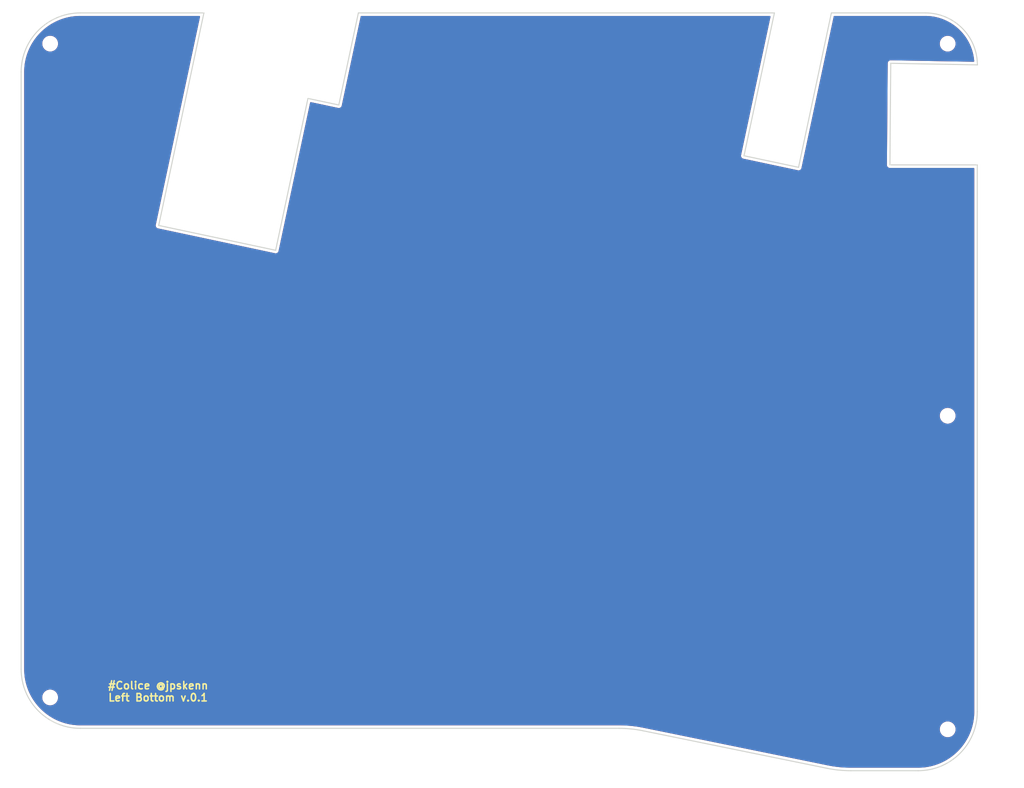
<source format=kicad_pcb>
(kicad_pcb (version 20171130) (host pcbnew "(5.1.5-0-10_14)")

  (general
    (thickness 1.6)
    (drawings 29)
    (tracks 0)
    (zones 0)
    (modules 5)
    (nets 1)
  )

  (page A4)
  (layers
    (0 F.Cu signal)
    (31 B.Cu signal)
    (32 B.Adhes user)
    (33 F.Adhes user)
    (34 B.Paste user)
    (35 F.Paste user)
    (36 B.SilkS user)
    (37 F.SilkS user)
    (38 B.Mask user)
    (39 F.Mask user)
    (40 Dwgs.User user)
    (41 Cmts.User user)
    (42 Eco1.User user)
    (43 Eco2.User user)
    (44 Edge.Cuts user)
    (45 Margin user)
    (46 B.CrtYd user)
    (47 F.CrtYd user)
    (48 B.Fab user)
    (49 F.Fab user)
  )

  (setup
    (last_trace_width 0.25)
    (trace_clearance 0.2)
    (zone_clearance 0.508)
    (zone_45_only no)
    (trace_min 0.2)
    (via_size 0.8)
    (via_drill 0.4)
    (via_min_size 0.4)
    (via_min_drill 0.3)
    (uvia_size 0.3)
    (uvia_drill 0.1)
    (uvias_allowed no)
    (uvia_min_size 0.2)
    (uvia_min_drill 0.1)
    (edge_width 0.05)
    (segment_width 0.2)
    (pcb_text_width 0.3)
    (pcb_text_size 1.5 1.5)
    (mod_edge_width 0.12)
    (mod_text_size 1 1)
    (mod_text_width 0.15)
    (pad_size 1.524 1.524)
    (pad_drill 0.762)
    (pad_to_mask_clearance 0.051)
    (solder_mask_min_width 0.25)
    (aux_axis_origin 0 0)
    (visible_elements FFFFFF7F)
    (pcbplotparams
      (layerselection 0x010fc_ffffffff)
      (usegerberextensions true)
      (usegerberattributes false)
      (usegerberadvancedattributes false)
      (creategerberjobfile false)
      (excludeedgelayer true)
      (linewidth 0.100000)
      (plotframeref false)
      (viasonmask false)
      (mode 1)
      (useauxorigin false)
      (hpglpennumber 1)
      (hpglpenspeed 20)
      (hpglpendiameter 15.000000)
      (psnegative false)
      (psa4output false)
      (plotreference true)
      (plotvalue true)
      (plotinvisibletext false)
      (padsonsilk false)
      (subtractmaskfromsilk false)
      (outputformat 1)
      (mirror false)
      (drillshape 0)
      (scaleselection 1)
      (outputdirectory "gerber/"))
  )

  (net 0 "")

  (net_class Default "これはデフォルトのネット クラスです。"
    (clearance 0.2)
    (trace_width 0.25)
    (via_dia 0.8)
    (via_drill 0.4)
    (uvia_dia 0.3)
    (uvia_drill 0.1)
  )

  (module SMK_SU120:M2_Hole (layer F.Cu) (tedit 5E0D8E1F) (tstamp 5E9B1A76)
    (at 23.17496 158.72968)
    (descr "Resitance 3 pas")
    (tags R)
    (autoplace_cost180 10)
    (fp_text reference "" (at 0 1.651) (layer F.Fab) hide
      (effects (font (size 0.8128 0.8128) (thickness 0.15)))
    )
    (fp_text value "" (at 0 -1.4605) (layer F.Fab) hide
      (effects (font (size 0.5 0.5) (thickness 0.125)))
    )
    (pad "" np_thru_hole circle (at 0 0) (size 2.15 2.15) (drill 2.15) (layers *.Cu *.Mask))
    (model discret/resistor.wrl
      (at (xyz 0 0 0))
      (scale (xyz 0.3 0.3 0.3))
      (rotate (xyz 0 0 0))
    )
    (model Resistors_ThroughHole.3dshapes/Resistor_Horizontal_RM10mm.wrl
      (at (xyz 0 0 0))
      (scale (xyz 0.2 0.2 0.2))
      (rotate (xyz 0 0 0))
    )
  )

  (module SMK_SU120:M2_Hole (layer F.Cu) (tedit 5E0D8E1F) (tstamp 5E9B1A61)
    (at 202.72756 102.34168)
    (descr "Resitance 3 pas")
    (tags R)
    (autoplace_cost180 10)
    (fp_text reference "" (at 0 1.651) (layer F.Fab) hide
      (effects (font (size 0.8128 0.8128) (thickness 0.15)))
    )
    (fp_text value "" (at 0 -1.4605) (layer F.Fab) hide
      (effects (font (size 0.5 0.5) (thickness 0.125)))
    )
    (pad "" np_thru_hole circle (at 0 0) (size 2.15 2.15) (drill 2.15) (layers *.Cu *.Mask))
    (model discret/resistor.wrl
      (at (xyz 0 0 0))
      (scale (xyz 0.3 0.3 0.3))
      (rotate (xyz 0 0 0))
    )
    (model Resistors_ThroughHole.3dshapes/Resistor_Horizontal_RM10mm.wrl
      (at (xyz 0 0 0))
      (scale (xyz 0.2 0.2 0.2))
      (rotate (xyz 0 0 0))
    )
  )

  (module SMK_SU120:M2_Hole (layer F.Cu) (tedit 5E0D8E1F) (tstamp 5E9B1A4C)
    (at 202.73264 165.11016)
    (descr "Resitance 3 pas")
    (tags R)
    (autoplace_cost180 10)
    (fp_text reference "" (at 0 1.651) (layer F.Fab) hide
      (effects (font (size 0.8128 0.8128) (thickness 0.15)))
    )
    (fp_text value "" (at 0 -1.4605) (layer F.Fab) hide
      (effects (font (size 0.5 0.5) (thickness 0.125)))
    )
    (pad "" np_thru_hole circle (at 0 0) (size 2.15 2.15) (drill 2.15) (layers *.Cu *.Mask))
    (model discret/resistor.wrl
      (at (xyz 0 0 0))
      (scale (xyz 0.3 0.3 0.3))
      (rotate (xyz 0 0 0))
    )
    (model Resistors_ThroughHole.3dshapes/Resistor_Horizontal_RM10mm.wrl
      (at (xyz 0 0 0))
      (scale (xyz 0.2 0.2 0.2))
      (rotate (xyz 0 0 0))
    )
  )

  (module SMK_SU120:M2_Hole (layer F.Cu) (tedit 5E0D8E1F) (tstamp 5E9B1A17)
    (at 23.18004 27.84856)
    (descr "Resitance 3 pas")
    (tags R)
    (autoplace_cost180 10)
    (fp_text reference "" (at 0 1.651) (layer F.Fab) hide
      (effects (font (size 0.8128 0.8128) (thickness 0.15)))
    )
    (fp_text value "" (at 0 -1.4605) (layer F.Fab) hide
      (effects (font (size 0.5 0.5) (thickness 0.125)))
    )
    (pad "" np_thru_hole circle (at 0 0) (size 2.15 2.15) (drill 2.15) (layers *.Cu *.Mask))
    (model discret/resistor.wrl
      (at (xyz 0 0 0))
      (scale (xyz 0.3 0.3 0.3))
      (rotate (xyz 0 0 0))
    )
    (model Resistors_ThroughHole.3dshapes/Resistor_Horizontal_RM10mm.wrl
      (at (xyz 0 0 0))
      (scale (xyz 0.2 0.2 0.2))
      (rotate (xyz 0 0 0))
    )
  )

  (module SMK_SU120:M2_Hole (layer F.Cu) (tedit 5E0D8E1F) (tstamp 5E9B19D7)
    (at 202.72756 27.85872)
    (descr "Resitance 3 pas")
    (tags R)
    (autoplace_cost180 10)
    (fp_text reference "" (at 0 1.651) (layer F.Fab) hide
      (effects (font (size 0.8128 0.8128) (thickness 0.15)))
    )
    (fp_text value "" (at 0 -1.4605) (layer F.Fab) hide
      (effects (font (size 0.5 0.5) (thickness 0.125)))
    )
    (pad "" np_thru_hole circle (at 0 0) (size 2.15 2.15) (drill 2.15) (layers *.Cu *.Mask))
    (model discret/resistor.wrl
      (at (xyz 0 0 0))
      (scale (xyz 0.3 0.3 0.3))
      (rotate (xyz 0 0 0))
    )
    (model Resistors_ThroughHole.3dshapes/Resistor_Horizontal_RM10mm.wrl
      (at (xyz 0 0 0))
      (scale (xyz 0.2 0.2 0.2))
      (rotate (xyz 0 0 0))
    )
  )

  (gr_line (start 33.02 160.02) (end 56.515 160.02) (layer F.Mask) (width 0.15))
  (gr_text "#Colice @jpskenn\nLeft Bottom v.0.1" (at 44.7675 157.5435) (layer F.SilkS)
    (effects (font (size 1.5 1.5) (thickness 0.3)))
  )
  (gr_line (start 191.34126 31.786791) (end 191.177072 52.121629) (layer Edge.Cuts) (width 0.2))
  (gr_line (start 208.671262 32.100126) (end 191.34126 31.786791) (layer Edge.Cuts) (width 0.2))
  (gr_line (start 208.671262 32.099813) (end 208.671262 32.100126) (layer Edge.Cuts) (width 0.2))
  (gr_curve (pts (xy 17.375715 33.539276) (xy 17.375715 26.998713) (xy 22.677678 21.696766) (xy 29.218259 21.696766)) (layer Edge.Cuts) (width 0.2))
  (gr_curve (pts (xy 17.375715 153.06857) (xy 17.375715 126.122982) (xy 17.375715 60.484864) (xy 17.375715 33.539276)) (layer Edge.Cuts) (width 0.2))
  (gr_curve (pts (xy 178.623255 172.916485) (xy 171.321266 171.426889) (xy 149.030838 166.87914) (xy 141.72885 165.38923)) (layer Edge.Cuts) (width 0.2))
  (gr_curve (pts (xy 183.358392 173.394635) (xy 181.767897 173.394635) (xy 180.181789 173.234521) (xy 178.623255 172.916485)) (layer Edge.Cuts) (width 0.2))
  (gr_curve (pts (xy 196.810231 173.394635) (xy 191.772097 173.394635) (xy 186.373 173.394635) (xy 183.358392 173.394635)) (layer Edge.Cuts) (width 0.2))
  (gr_curve (pts (xy 198.249698 21.696766) (xy 203.998165 21.696766) (xy 208.660922 26.351363) (xy 208.671262 32.099813)) (layer Edge.Cuts) (width 0.2))
  (gr_curve (pts (xy 29.218259 164.91108) (xy 22.677678 164.91108) (xy 17.375715 159.609132) (xy 17.375715 153.06857)) (layer Edge.Cuts) (width 0.2))
  (gr_curve (pts (xy 136.994026 164.91108) (xy 123.519313 164.91108) (xy 56.705056 164.91108) (xy 29.218259 164.91108)) (layer Edge.Cuts) (width 0.2))
  (gr_curve (pts (xy 141.72885 165.38923) (xy 140.170629 165.071194) (xy 138.584207 164.91108) (xy 136.994026 164.91108)) (layer Edge.Cuts) (width 0.2))
  (gr_line (start 53.94049 21.696766) (end 53.94049 21.696766) (layer Edge.Cuts) (width 0.2))
  (gr_line (start 29.218259 21.696766) (end 53.94049 21.696766) (layer Edge.Cuts) (width 0.2))
  (gr_line (start 191.177072 52.121629) (end 208.652775 52.121629) (layer Edge.Cuts) (width 0.2))
  (gr_line (start 168.067269 21.696766) (end 161.989486 50.290498) (layer Edge.Cuts) (width 0.2))
  (gr_line (start 84.836385 21.696766) (end 168.067269 21.696766) (layer Edge.Cuts) (width 0.2))
  (gr_line (start 80.918741 40.127465) (end 84.836385 21.696766) (layer Edge.Cuts) (width 0.2))
  (gr_line (start 74.745704 38.81553) (end 80.918741 40.127465) (layer Edge.Cuts) (width 0.2))
  (gr_line (start 68.284084 69.214387) (end 74.745704 38.81553) (layer Edge.Cuts) (width 0.2))
  (gr_line (start 44.896979 64.243321) (end 68.284084 69.214387) (layer Edge.Cuts) (width 0.2))
  (gr_line (start 53.94049 21.696766) (end 44.896979 64.243321) (layer Edge.Cuts) (width 0.2))
  (gr_curve (pts (xy 208.652775 161.552125) (xy 208.652775 168.092687) (xy 203.350812 173.394635) (xy 196.810231 173.394635)) (layer Edge.Cuts) (width 0.2))
  (gr_curve (pts (xy 208.652775 52.121629) (xy 208.652775 52.121629) (xy 208.652775 131.041407) (xy 208.652775 161.552125)) (layer Edge.Cuts) (width 0.2))
  (gr_line (start 179.461116 21.696766) (end 198.249698 21.696766) (layer Edge.Cuts) (width 0.2))
  (gr_line (start 172.890768 52.607613) (end 179.461116 21.696766) (layer Edge.Cuts) (width 0.2))
  (gr_line (start 161.989486 50.290498) (end 172.890768 52.607613) (layer Edge.Cuts) (width 0.2))

  (zone (net 0) (net_name "") (layer F.Cu) (tstamp 5E9AC0D4) (hatch edge 0.508)
    (connect_pads (clearance 0.508))
    (min_thickness 0.254)
    (fill yes (arc_segments 32) (thermal_gap 0.508) (thermal_bridge_width 0.508))
    (polygon
      (pts
        (xy 215.2015 176.911) (xy 14.986 175.9585) (xy 13.1445 19.3675) (xy 217.7415 19.1135)
      )
    )
    (filled_polygon
      (pts
        (xy 44.185546 64.055197) (xy 44.174563 64.089768) (xy 44.170535 64.125816) (xy 44.170534 64.125823) (xy 44.160207 64.218258)
        (xy 44.158487 64.233654) (xy 44.170791 64.377912) (xy 44.211002 64.516999) (xy 44.277575 64.645567) (xy 44.36795 64.758678)
        (xy 44.384171 64.772349) (xy 44.478657 64.851984) (xy 44.60544 64.9219) (xy 44.743426 64.965737) (xy 44.779482 64.969765)
        (xy 68.095954 69.925819) (xy 68.130527 69.936803) (xy 68.166581 69.940831) (xy 68.166585 69.940832) (xy 68.233371 69.948293)
        (xy 68.274414 69.952879) (xy 68.274416 69.952879) (xy 68.304083 69.950349) (xy 68.418671 69.940576) (xy 68.418674 69.940575)
        (xy 68.418675 69.940575) (xy 68.435549 69.935696) (xy 68.557758 69.900366) (xy 68.686327 69.833794) (xy 68.799439 69.743418)
        (xy 68.892745 69.632712) (xy 68.962661 69.50593) (xy 68.995514 69.402521) (xy 68.995515 69.402518) (xy 69.0065 69.36794)
        (xy 69.010528 69.331887) (xy 75.311828 39.687262) (xy 80.730619 40.838899) (xy 80.765184 40.849881) (xy 80.801251 40.853911)
        (xy 80.801262 40.853913) (xy 80.846375 40.858952) (xy 80.909071 40.865957) (xy 80.909079 40.865956) (xy 80.909094 40.865958)
        (xy 80.994539 40.858668) (xy 81.053329 40.853654) (xy 81.053339 40.853651) (xy 81.053352 40.85365) (xy 81.127049 40.832341)
        (xy 81.192415 40.813444) (xy 81.192425 40.813439) (xy 81.192438 40.813435) (xy 81.26672 40.774969) (xy 81.320984 40.746871)
        (xy 81.320992 40.746865) (xy 81.321005 40.746858) (xy 81.3804 40.699398) (xy 81.434096 40.656496) (xy 81.434105 40.656486)
        (xy 81.434113 40.656479) (xy 81.479207 40.602973) (xy 81.527402 40.54579) (xy 81.527407 40.54578) (xy 81.527416 40.54577)
        (xy 81.564146 40.47916) (xy 81.597318 40.419008) (xy 81.597322 40.418997) (xy 81.597328 40.418985) (xy 81.619482 40.349245)
        (xy 81.630172 40.315598) (xy 81.630175 40.315586) (xy 81.641162 40.280998) (xy 81.645188 40.244955) (xy 85.431573 22.431766)
        (xy 167.15962 22.431766) (xy 161.278053 50.102371) (xy 161.267069 50.136946) (xy 161.250994 50.280833) (xy 161.263298 50.42509)
        (xy 161.303509 50.564177) (xy 161.370082 50.692745) (xy 161.460458 50.805856) (xy 161.571165 50.899162) (xy 161.697948 50.969077)
        (xy 161.801357 51.00193) (xy 161.801361 51.001931) (xy 161.835932 51.012914) (xy 161.871983 51.016942) (xy 172.702641 53.319045)
        (xy 172.737213 53.330029) (xy 172.773265 53.334057) (xy 172.77327 53.334058) (xy 172.860578 53.343812) (xy 172.8811 53.346105)
        (xy 172.881101 53.346105) (xy 172.895934 53.34484) (xy 173.025357 53.333802) (xy 173.164444 53.293591) (xy 173.293013 53.227018)
        (xy 173.293015 53.227017) (xy 173.360654 53.172973) (xy 173.406124 53.136643) (xy 173.499431 53.025936) (xy 173.569346 52.899154)
        (xy 173.602199 52.795745) (xy 173.602201 52.795738) (xy 173.613184 52.761165) (xy 173.617211 52.725117) (xy 178.938562 27.6903)
        (xy 201.01756 27.6903) (xy 201.01756 28.02714) (xy 201.083274 28.357509) (xy 201.212178 28.668709) (xy 201.399316 28.948781)
        (xy 201.637499 29.186964) (xy 201.917571 29.374102) (xy 202.228771 29.503006) (xy 202.55914 29.56872) (xy 202.89598 29.56872)
        (xy 203.226349 29.503006) (xy 203.537549 29.374102) (xy 203.817621 29.186964) (xy 204.055804 28.948781) (xy 204.242942 28.668709)
        (xy 204.371846 28.357509) (xy 204.43756 28.02714) (xy 204.43756 27.6903) (xy 204.371846 27.359931) (xy 204.242942 27.048731)
        (xy 204.055804 26.768659) (xy 203.817621 26.530476) (xy 203.537549 26.343338) (xy 203.226349 26.214434) (xy 202.89598 26.14872)
        (xy 202.55914 26.14872) (xy 202.228771 26.214434) (xy 201.917571 26.343338) (xy 201.637499 26.530476) (xy 201.399316 26.768659)
        (xy 201.212178 27.048731) (xy 201.083274 27.359931) (xy 201.01756 27.6903) (xy 178.938562 27.6903) (xy 180.056306 22.431766)
        (xy 198.246225 22.431766) (xy 198.43533 22.433538) (xy 198.626204 22.43897) (xy 198.812069 22.447827) (xy 198.989148 22.459564)
        (xy 199.161473 22.474095) (xy 199.337008 22.492074) (xy 199.503604 22.512125) (xy 199.669623 22.535031) (xy 199.830772 22.560076)
        (xy 199.991091 22.587772) (xy 200.150501 22.618085) (xy 200.305296 22.650194) (xy 200.459051 22.684726) (xy 200.615781 22.722668)
        (xy 200.763699 22.761045) (xy 200.925755 22.805995) (xy 201.082759 22.852475) (xy 201.238619 22.901521) (xy 201.393486 22.953161)
        (xy 201.540076 23.004758) (xy 201.682138 23.057328) (xy 201.81978 23.110711) (xy 201.952898 23.164672) (xy 202.085145 23.220594)
        (xy 202.21448 23.277557) (xy 202.349886 23.339645) (xy 202.478973 23.401219) (xy 202.603741 23.462991) (xy 202.727373 23.526436)
        (xy 202.853299 23.593398) (xy 202.988054 23.667725) (xy 203.108323 23.736452) (xy 203.227737 23.806982) (xy 203.346013 23.879141)
        (xy 203.463297 23.95302) (xy 203.57626 24.026418) (xy 203.688032 24.101272) (xy 203.808073 24.184196) (xy 203.917561 24.262186)
        (xy 204.025966 24.34169) (xy 204.139227 24.427257) (xy 204.248167 24.512047) (xy 204.352996 24.59602) (xy 204.459479 24.683792)
        (xy 204.567444 24.775416) (xy 204.676942 24.871151) (xy 204.779415 24.963404) (xy 204.877715 25.054416) (xy 204.985783 25.157428)
        (xy 205.081421 25.251275) (xy 205.175955 25.34663) (xy 205.269195 25.443306) (xy 205.361065 25.541226) (xy 205.451534 25.640355)
        (xy 205.543167 25.743618) (xy 205.633167 25.84798) (xy 205.724289 25.956759) (xy 205.808971 26.060813) (xy 205.894733 26.16926)
        (xy 205.9766 26.275814) (xy 206.057 26.38351) (xy 206.140397 26.498596) (xy 206.217703 26.608533) (xy 206.297847 26.726028)
        (xy 206.372031 26.838188) (xy 206.446772 26.954723) (xy 206.521887 27.075657) (xy 206.593272 27.194394) (xy 206.663035 27.31429)
        (xy 206.730967 27.434986) (xy 206.806331 27.573827) (xy 206.870635 27.69675) (xy 206.933372 27.821004) (xy 206.994186 27.945899)
        (xy 207.06135 28.089412) (xy 207.119861 28.219706) (xy 207.181141 28.362012) (xy 207.235773 28.494498) (xy 207.292648 28.638736)
        (xy 207.348579 28.787659) (xy 207.399574 28.930402) (xy 207.447182 29.070536) (xy 207.4962 29.222778) (xy 207.541603 29.372183)
        (xy 207.583632 29.518918) (xy 207.624409 29.670473) (xy 207.663194 29.824674) (xy 207.699513 29.97991) (xy 207.733744 30.138048)
        (xy 207.764561 30.292832) (xy 207.796322 30.468248) (xy 207.822486 30.628856) (xy 207.846559 30.794426) (xy 207.86781 30.960728)
        (xy 207.887454 31.139918) (xy 207.90314 31.311743) (xy 207.90602 31.35117) (xy 191.386968 31.052498) (xy 191.347223 31.048259)
        (xy 191.278766 31.054444) (xy 191.210294 31.05994) (xy 191.206723 31.060953) (xy 191.203028 31.061287) (xy 191.137112 31.080703)
        (xy 191.071009 31.099457) (xy 191.067706 31.101146) (xy 191.064146 31.102195) (xy 191.003263 31.134108) (xy 190.942109 31.165387)
        (xy 190.9392 31.167687) (xy 190.935912 31.169411) (xy 190.882418 31.212595) (xy 190.828549 31.255198) (xy 190.826144 31.258022)
        (xy 190.823256 31.260354) (xy 190.779242 31.31311) (xy 190.734691 31.365437) (xy 190.732882 31.368679) (xy 190.730506 31.371527)
        (xy 190.697635 31.431848) (xy 190.664144 31.49187) (xy 190.663003 31.495401) (xy 190.661228 31.498658) (xy 190.640746 31.564267)
        (xy 190.619619 31.629635) (xy 190.619189 31.633317) (xy 190.618082 31.636863) (xy 190.610793 31.705212) (xy 190.602825 31.77344)
        (xy 190.606023 31.813278) (xy 190.442364 52.082559) (xy 190.438516 52.121629) (xy 190.445329 52.1908) (xy 190.451568 52.25986)
        (xy 190.452413 52.262729) (xy 190.452707 52.265714) (xy 190.472892 52.332255) (xy 190.492476 52.398743) (xy 190.493864 52.401391)
        (xy 190.494735 52.404262) (xy 190.527518 52.465596) (xy 190.559693 52.526977) (xy 190.561571 52.529303) (xy 190.562985 52.531949)
        (xy 190.607094 52.585695) (xy 190.650635 52.639633) (xy 190.652932 52.641549) (xy 190.654834 52.643867) (xy 190.708556 52.687955)
        (xy 190.761808 52.732383) (xy 190.764435 52.733815) (xy 190.766752 52.735716) (xy 190.828067 52.768489) (xy 190.88894 52.801661)
        (xy 190.891793 52.802552) (xy 190.894439 52.803966) (xy 190.96095 52.824142) (xy 191.027144 52.844807) (xy 191.03012 52.845124)
        (xy 191.032987 52.845994) (xy 191.102145 52.852805) (xy 191.171109 52.86016) (xy 191.210193 52.856629) (xy 207.917775 52.856629)
        (xy 207.917775 161.548932) (xy 207.915983 161.752126) (xy 207.911275 161.935118) (xy 207.903388 162.122219) (xy 207.892742 162.303832)
        (xy 207.879567 162.480238) (xy 207.863649 162.655942) (xy 207.845562 162.826043) (xy 207.822549 163.013564) (xy 207.798446 163.186562)
        (xy 207.773111 163.350016) (xy 207.745393 163.512756) (xy 207.715283 163.674899) (xy 207.683784 163.831645) (xy 207.650041 163.987812)
        (xy 207.614163 164.142969) (xy 207.574992 164.301747) (xy 207.535907 164.450892) (xy 207.492323 164.60795) (xy 207.449095 164.755464)
        (xy 207.403824 164.902327) (xy 207.357956 165.044164) (xy 207.3102 165.185288) (xy 207.260699 165.325318) (xy 207.207741 165.468844)
        (xy 207.154561 165.607124) (xy 207.099516 165.744708) (xy 207.042695 165.881384) (xy 206.985859 166.013148) (xy 206.927337 166.144121)
        (xy 206.867246 166.274048) (xy 206.801655 166.411036) (xy 206.73831 166.538935) (xy 206.669272 166.673789) (xy 206.598478 166.807534)
        (xy 206.5302 166.93249) (xy 206.455933 167.064231) (xy 206.384379 167.187321) (xy 206.311224 167.309535) (xy 206.238834 167.427069)
        (xy 206.162734 167.547206) (xy 206.082707 167.669993) (xy 206.005988 167.784477) (xy 205.927898 167.897941) (xy 205.843357 168.017482)
        (xy 205.762452 168.128852) (xy 205.680166 168.239226) (xy 205.596676 168.348376) (xy 205.50102 168.470097) (xy 205.414732 168.576991)
        (xy 205.324454 168.686008) (xy 205.224161 168.803907) (xy 205.136668 168.904115) (xy 205.047833 169.003445) (xy 204.957766 169.101763)
        (xy 204.86656 169.198975) (xy 204.774393 169.294891) (xy 204.665719 169.40512) (xy 204.571171 169.498581) (xy 204.475269 169.591148)
        (xy 204.378339 169.682497) (xy 204.270748 169.781388) (xy 204.171571 169.870286) (xy 204.071219 169.958101) (xy 203.969869 170.044676)
        (xy 203.864105 170.132827) (xy 203.760677 170.216924) (xy 203.652885 170.302416) (xy 203.537197 170.391801) (xy 203.423828 170.477082)
        (xy 203.309416 170.560886) (xy 203.193772 170.643352) (xy 203.077074 170.724348) (xy 202.959296 170.803883) (xy 202.844069 170.879601)
        (xy 202.727929 170.953873) (xy 202.599697 171.033552) (xy 202.477854 171.10705) (xy 202.354875 171.179098) (xy 202.234693 171.24748)
        (xy 202.113504 171.314448) (xy 201.991525 171.379872) (xy 201.860846 171.44781) (xy 201.733279 171.51202) (xy 201.604604 171.574716)
        (xy 201.47498 171.63581) (xy 201.344594 171.695209) (xy 201.213262 171.752992) (xy 201.081218 171.809049) (xy 200.935982 171.868387)
        (xy 200.798233 171.922458) (xy 200.655325 171.976317) (xy 200.511651 172.028201) (xy 200.362852 172.079579) (xy 200.213132 172.128894)
        (xy 200.066893 172.174781) (xy 199.910967 172.221261) (xy 199.762843 172.26311) (xy 199.613783 172.302982) (xy 199.464122 172.34077)
        (xy 199.29624 172.380525) (xy 199.136385 172.415817) (xy 198.971033 172.449717) (xy 198.809424 172.48032) (xy 198.64694 172.508586)
        (xy 198.470217 172.536513) (xy 198.306177 172.559828) (xy 198.136843 172.581283) (xy 197.962106 172.600667) (xy 197.786907 172.617304)
        (xy 197.601512 172.631888) (xy 197.42469 172.64292) (xy 197.242318 172.651369) (xy 197.059303 172.656873) (xy 196.868859 172.659474)
        (xy 196.809349 172.659635) (xy 183.359922 172.659635) (xy 183.161966 172.658784) (xy 182.969691 172.656334) (xy 182.776074 172.652241)
        (xy 182.586888 172.646661) (xy 182.391682 172.639264) (xy 182.205928 172.630684) (xy 182.019107 172.620528) (xy 181.829984 172.608691)
        (xy 181.640977 172.595295) (xy 181.461222 172.581097) (xy 181.279392 172.565288) (xy 181.09976 172.548239) (xy 180.922599 172.530024)
        (xy 180.743314 172.510176) (xy 180.563116 172.488785) (xy 180.387531 172.466551) (xy 180.213212 172.443113) (xy 180.039125 172.418347)
        (xy 179.86738 172.39258) (xy 179.697924 172.365848) (xy 179.528782 172.337871) (xy 179.360039 172.308662) (xy 179.191181 172.278133)
        (xy 179.024839 172.246779) (xy 178.853632 172.213184) (xy 178.769205 172.196121) (xy 178.507612 172.142756) (xy 178.507556 172.142744)
        (xy 178.233306 172.086796) (xy 178.233304 172.086796) (xy 177.651016 171.968008) (xy 177.650933 171.96799) (xy 176.801702 171.794742)
        (xy 176.801696 171.794741) (xy 175.878403 171.606382) (xy 175.878375 171.606376) (xy 174.886462 171.404016) (xy 174.886434 171.40401)
        (xy 173.831427 171.188777) (xy 173.831371 171.188765) (xy 172.71881 170.961788) (xy 172.718674 170.961759) (xy 171.553832 170.724115)
        (xy 171.553824 170.724114) (xy 170.342364 170.476957) (xy 170.342336 170.476951) (xy 169.089669 170.221386) (xy 167.801325 169.958541)
        (xy 166.482822 169.689543) (xy 166.482794 169.689537) (xy 165.139562 169.415491) (xy 163.777118 169.137525) (xy 162.400952 168.856759)
        (xy 162.400944 168.856758) (xy 161.016552 168.574312) (xy 161.016544 168.574311) (xy 159.629437 168.291311) (xy 159.629409 168.291305)
        (xy 158.245009 168.008855) (xy 156.868842 167.728085) (xy 155.506399 167.450114) (xy 153.497038 167.040155) (xy 151.556289 166.644192)
        (xy 150.303681 166.388628) (xy 150.303626 166.388616) (xy 148.497356 166.020086) (xy 148.497348 166.020085) (xy 146.814616 165.676758)
        (xy 146.814588 165.676752) (xy 145.759524 165.461486) (xy 144.767641 165.25911) (xy 144.767585 165.259098) (xy 143.844255 165.070707)
        (xy 143.844249 165.070706) (xy 143.212174 164.94174) (xy 201.02264 164.94174) (xy 201.02264 165.27858) (xy 201.088354 165.608949)
        (xy 201.217258 165.920149) (xy 201.404396 166.200221) (xy 201.642579 166.438404) (xy 201.922651 166.625542) (xy 202.233851 166.754446)
        (xy 202.56422 166.82016) (xy 202.90106 166.82016) (xy 203.231429 166.754446) (xy 203.542629 166.625542) (xy 203.822701 166.438404)
        (xy 204.060884 166.200221) (xy 204.248022 165.920149) (xy 204.376926 165.608949) (xy 204.44264 165.27858) (xy 204.44264 164.94174)
        (xy 204.376926 164.611371) (xy 204.248022 164.300171) (xy 204.060884 164.020099) (xy 203.822701 163.781916) (xy 203.542629 163.594778)
        (xy 203.231429 163.465874) (xy 202.90106 163.40016) (xy 202.56422 163.40016) (xy 202.233851 163.465874) (xy 201.922651 163.594778)
        (xy 201.642579 163.781916) (xy 201.404396 164.020099) (xy 201.217258 164.300171) (xy 201.088354 164.611371) (xy 201.02264 164.94174)
        (xy 143.212174 164.94174) (xy 142.995055 164.89744) (xy 142.995027 164.897434) (xy 142.225389 164.740399) (xy 141.875789 164.669068)
        (xy 141.875649 164.669053) (xy 141.873082 164.668521) (xy 141.694918 164.632865) (xy 141.694731 164.632846) (xy 141.689472 164.631797)
        (xy 141.517939 164.598814) (xy 141.517756 164.598797) (xy 141.512623 164.597812) (xy 141.342025 164.566309) (xy 141.341837 164.566293)
        (xy 141.336726 164.565351) (xy 141.165924 164.535103) (xy 141.165746 164.535089) (xy 141.160562 164.534173) (xy 140.986122 164.504611)
        (xy 140.985931 164.504598) (xy 140.980732 164.503719) (xy 140.808392 164.475829) (xy 140.80821 164.475818) (xy 140.80297 164.474972)
        (xy 140.625848 164.447664) (xy 140.625665 164.447654) (xy 140.620366 164.44684) (xy 140.444208 164.421039) (xy 140.444022 164.42103)
        (xy 140.438666 164.420249) (xy 140.25772 164.395153) (xy 140.257539 164.395146) (xy 140.251884 164.394367) (xy 140.058069 164.369067)
        (xy 140.057882 164.369061) (xy 140.05228 164.368335) (xy 139.872131 164.346272) (xy 139.871951 164.346268) (xy 139.86635 164.345587)
        (xy 139.674484 164.32363) (xy 139.674298 164.323627) (xy 139.668689 164.32299) (xy 139.487071 164.303664) (xy 139.486884 164.303662)
        (xy 139.481351 164.303078) (xy 139.294954 164.284717) (xy 139.294765 164.284717) (xy 139.289163 164.28417) (xy 139.101469 164.26718)
        (xy 139.101286 164.267181) (xy 139.095669 164.266678) (xy 138.910159 164.251366) (xy 138.909978 164.251369) (xy 138.904258 164.250903)
        (xy 138.709344 164.236394) (xy 138.709168 164.236398) (xy 138.70329 164.235968) (xy 138.50825 164.223068) (xy 138.508064 164.223074)
        (xy 138.502237 164.222695) (xy 138.309409 164.211528) (xy 138.309223 164.211535) (xy 138.303431 164.211207) (xy 138.111664 164.201668)
        (xy 138.111487 164.201677) (xy 138.105557 164.201389) (xy 137.90323 164.193011) (xy 137.903045 164.193021) (xy 137.897071 164.192782)
        (xy 137.7028 164.186369) (xy 137.702619 164.186381) (xy 137.696613 164.186191) (xy 137.491796 164.181156) (xy 137.491617 164.181169)
        (xy 137.485437 164.181027) (xy 137.28055 164.177764) (xy 137.280372 164.177779) (xy 137.274186 164.17769) (xy 137.069242 164.176201)
        (xy 137.069059 164.176218) (xy 137.064975 164.176183) (xy 136.995099 164.176081) (xy 136.995036 164.176087) (xy 136.994026 164.17608)
        (xy 29.22127 164.17608) (xy 29.032041 164.174523) (xy 28.839488 164.169723) (xy 28.657221 164.162147) (xy 28.470946 164.151339)
        (xy 28.290047 164.137864) (xy 28.114431 164.121954) (xy 27.944043 164.103837) (xy 27.774473 164.083164) (xy 27.601152 164.059295)
        (xy 27.433304 164.033514) (xy 27.261831 164.004446) (xy 27.086778 163.971902) (xy 26.93043 163.940358) (xy 26.761371 163.903587)
        (xy 26.606527 163.867463) (xy 26.443595 163.826896) (xy 26.294631 163.787485) (xy 26.142051 163.744794) (xy 25.990312 163.699978)
        (xy 25.84376 163.654428) (xy 25.693696 163.605452) (xy 25.553053 163.557374) (xy 25.412972 163.507368) (xy 25.273951 163.455616)
        (xy 25.131574 163.400389) (xy 24.994267 163.344964) (xy 24.861907 163.28949) (xy 24.726358 163.230562) (xy 24.587885 163.168115)
        (xy 24.450543 163.103895) (xy 24.310246 163.0359) (xy 24.178975 162.970044) (xy 24.036835 162.896252) (xy 23.911285 162.82888)
        (xy 23.78639 162.759773) (xy 23.666328 162.69134) (xy 23.543397 162.619195) (xy 23.421551 162.545568) (xy 23.300707 162.470418)
        (xy 23.181054 162.393867) (xy 23.055204 162.310998) (xy 22.930648 162.226544) (xy 22.810708 162.142865) (xy 22.698937 162.062749)
        (xy 22.581231 161.976092) (xy 22.4612 161.885236) (xy 22.352892 161.801034) (xy 22.235189 161.707069) (xy 22.132243 161.622725)
        (xy 22.030044 161.536929) (xy 21.928913 161.449954) (xy 21.82894 161.361876) (xy 21.730025 161.272611) (xy 21.622717 161.173315)
        (xy 21.526172 161.081712) (xy 21.430508 160.988756) (xy 21.336062 160.894765) (xy 21.242768 160.79968) (xy 21.147754 160.700471)
        (xy 21.045135 160.590522) (xy 20.955522 160.492037) (xy 20.867044 160.392437) (xy 20.776881 160.288428) (xy 20.690774 160.186633)
        (xy 20.605869 160.083787) (xy 20.519612 159.976687) (xy 20.429347 159.861652) (xy 20.345865 159.752427) (xy 20.261072 159.638557)
        (xy 20.177746 159.52363) (xy 20.095802 159.407526) (xy 20.017789 159.293989) (xy 19.941091 159.179351) (xy 19.865818 159.063766)
        (xy 19.789658 158.943532) (xy 19.717258 158.82598) (xy 19.644053 158.703688) (xy 19.574568 158.584206) (xy 19.561604 158.56126)
        (xy 21.46496 158.56126) (xy 21.46496 158.8981) (xy 21.530674 159.228469) (xy 21.659578 159.539669) (xy 21.846716 159.819741)
        (xy 22.084899 160.057924) (xy 22.364971 160.245062) (xy 22.676171 160.373966) (xy 23.00654 160.43968) (xy 23.34338 160.43968)
        (xy 23.673749 160.373966) (xy 23.984949 160.245062) (xy 24.265021 160.057924) (xy 24.503204 159.819741) (xy 24.690342 159.539669)
        (xy 24.819246 159.228469) (xy 24.88496 158.8981) (xy 24.88496 158.56126) (xy 24.819246 158.230891) (xy 24.690342 157.919691)
        (xy 24.503204 157.639619) (xy 24.265021 157.401436) (xy 23.984949 157.214298) (xy 23.673749 157.085394) (xy 23.34338 157.01968)
        (xy 23.00654 157.01968) (xy 22.676171 157.085394) (xy 22.364971 157.214298) (xy 22.084899 157.401436) (xy 21.846716 157.639619)
        (xy 21.659578 157.919691) (xy 21.530674 158.230891) (xy 21.46496 158.56126) (xy 19.561604 158.56126) (xy 19.50658 158.463872)
        (xy 19.435884 158.334895) (xy 19.366954 158.205091) (xy 19.301618 158.07806) (xy 19.236004 157.946272) (xy 19.17205 157.813418)
        (xy 19.11167 157.683645) (xy 19.051161 157.548987) (xy 18.992321 157.413214) (xy 18.937055 157.28093) (xy 18.878565 157.135384)
        (xy 18.823725 156.993197) (xy 18.769231 156.84577) (xy 18.719665 156.705734) (xy 18.670546 156.560672) (xy 18.622051 156.410504)
        (xy 18.576954 156.263806) (xy 18.532589 156.111861) (xy 18.490353 155.95909) (xy 18.451372 155.809863) (xy 18.413339 155.655321)
        (xy 18.376566 155.49587) (xy 18.342047 155.335335) (xy 18.310749 155.17864) (xy 18.280059 155.012107) (xy 18.252606 154.849379)
        (xy 18.22686 154.681318) (xy 18.203065 154.508043) (xy 18.182454 154.338395) (xy 18.164412 154.168087) (xy 18.148191 153.987862)
        (xy 18.134859 153.806974) (xy 18.124429 153.625283) (xy 18.116762 153.438204) (xy 18.112266 153.254933) (xy 18.110715 153.065604)
        (xy 18.110715 102.17326) (xy 201.01756 102.17326) (xy 201.01756 102.5101) (xy 201.083274 102.840469) (xy 201.212178 103.151669)
        (xy 201.399316 103.431741) (xy 201.637499 103.669924) (xy 201.917571 103.857062) (xy 202.228771 103.985966) (xy 202.55914 104.05168)
        (xy 202.89598 104.05168) (xy 203.226349 103.985966) (xy 203.537549 103.857062) (xy 203.817621 103.669924) (xy 204.055804 103.431741)
        (xy 204.242942 103.151669) (xy 204.371846 102.840469) (xy 204.43756 102.5101) (xy 204.43756 102.17326) (xy 204.371846 101.842891)
        (xy 204.242942 101.531691) (xy 204.055804 101.251619) (xy 203.817621 101.013436) (xy 203.537549 100.826298) (xy 203.226349 100.697394)
        (xy 202.89598 100.63168) (xy 202.55914 100.63168) (xy 202.228771 100.697394) (xy 201.917571 100.826298) (xy 201.637499 101.013436)
        (xy 201.399316 101.251619) (xy 201.212178 101.531691) (xy 201.083274 101.842891) (xy 201.01756 102.17326) (xy 18.110715 102.17326)
        (xy 18.110715 33.542444) (xy 18.112421 33.343788) (xy 18.117058 33.160623) (xy 18.124643 32.978221) (xy 18.135446 32.791998)
        (xy 18.148914 32.611184) (xy 18.165706 32.426654) (xy 18.184453 32.251986) (xy 18.20591 32.077967) (xy 18.229391 31.909197)
        (xy 18.25466 31.745755) (xy 18.283116 31.57848) (xy 18.313191 31.416537) (xy 18.344705 31.259712) (xy 18.378434 31.103599)
        (xy 18.414328 30.94837) (xy 18.452393 30.793954) (xy 18.49261 30.640365) (xy 18.534946 30.487687) (xy 18.579413 30.335838)
        (xy 18.624662 30.189052) (xy 18.670529 30.047211) (xy 18.718282 29.906094) (xy 18.767791 29.766049) (xy 18.820705 29.622643)
        (xy 18.87546 29.48035) (xy 18.93381 29.334829) (xy 18.990764 29.198287) (xy 19.047747 29.06659) (xy 19.106415 28.935696)
        (xy 19.166667 28.805808) (xy 19.228615 28.676678) (xy 19.292071 28.548677) (xy 19.361122 28.413923) (xy 19.432022 28.280102)
        (xy 19.498357 28.158758) (xy 19.566189 28.038273) (xy 19.63762 27.915068) (xy 19.717363 27.781689) (xy 19.779905 27.68014)
        (xy 21.47004 27.68014) (xy 21.47004 28.01698) (xy 21.535754 28.347349) (xy 21.664658 28.658549) (xy 21.851796 28.938621)
        (xy 22.089979 29.176804) (xy 22.370051 29.363942) (xy 22.681251 29.492846) (xy 23.01162 29.55856) (xy 23.34846 29.55856)
        (xy 23.678829 29.492846) (xy 23.990029 29.363942) (xy 24.270101 29.176804) (xy 24.508284 28.938621) (xy 24.695422 28.658549)
        (xy 24.824326 28.347349) (xy 24.89004 28.01698) (xy 24.89004 27.68014) (xy 24.824326 27.349771) (xy 24.695422 27.038571)
        (xy 24.508284 26.758499) (xy 24.270101 26.520316) (xy 23.990029 26.333178) (xy 23.678829 26.204274) (xy 23.34846 26.13856)
        (xy 23.01162 26.13856) (xy 22.681251 26.204274) (xy 22.370051 26.333178) (xy 22.089979 26.520316) (xy 21.851796 26.758499)
        (xy 21.664658 27.038571) (xy 21.535754 27.349771) (xy 21.47004 27.68014) (xy 19.779905 27.68014) (xy 19.789531 27.664511)
        (xy 19.872671 27.533422) (xy 19.950376 27.414444) (xy 20.027001 27.300288) (xy 20.115162 27.172595) (xy 20.194796 27.060433)
        (xy 20.275891 26.949158) (xy 20.358218 26.839073) (xy 20.452608 26.716241) (xy 20.537762 26.60838) (xy 20.621638 26.504755)
        (xy 20.70959 26.398748) (xy 20.795908 26.297241) (xy 20.88354 26.196646) (xy 20.972252 26.097232) (xy 21.062166 25.998857)
        (xy 21.156256 25.898388) (xy 21.24848 25.802269) (xy 21.341919 25.707181) (xy 21.43653 25.613166) (xy 21.532028 25.520507)
        (xy 21.634736 25.423274) (xy 21.758026 25.309742) (xy 21.856941 25.221077) (xy 21.957257 25.133293) (xy 22.058659 25.046675)
        (xy 22.164384 24.958559) (xy 22.267804 24.874466) (xy 22.375641 24.788938) (xy 22.487912 24.702157) (xy 22.601288 24.616808)
        (xy 22.712196 24.535472) (xy 22.831183 24.450521) (xy 22.955011 24.364581) (xy 23.069168 24.287521) (xy 23.184338 24.211837)
        (xy 23.30409 24.135285) (xy 23.432455 24.055593) (xy 23.550663 23.984316) (xy 23.669939 23.914408) (xy 23.790072 23.845994)
        (xy 23.915015 23.776925) (xy 24.036931 23.711532) (xy 24.167559 23.643621) (xy 24.299118 23.577433) (xy 24.427707 23.51484)
        (xy 24.557256 23.453842) (xy 24.687803 23.394428) (xy 24.819104 23.336721) (xy 24.951398 23.28062) (xy 25.084329 23.226277)
        (xy 25.2263 23.170453) (xy 25.373218 23.115051) (xy 25.516979 23.063136) (xy 25.661618 23.013166) (xy 25.803097 22.966445)
        (xy 25.9495 22.920319) (xy 26.096754 22.876173) (xy 26.249114 22.83284) (xy 26.402294 22.791644) (xy 26.55194 22.75367)
        (xy 26.711035 22.715737) (xy 26.875421 22.67914) (xy 27.031877 22.646744) (xy 27.189196 22.616539) (xy 27.351563 22.587832)
        (xy 27.523656 22.56012) (xy 27.691908 22.535696) (xy 27.865738 22.513219) (xy 28.035641 22.493933) (xy 28.211032 22.476787)
        (xy 28.386696 22.462411) (xy 28.590908 22.449185) (xy 28.772781 22.440545) (xy 28.955659 22.434827) (xy 29.150496 22.431975)
        (xy 29.219498 22.431766) (xy 53.032841 22.431766)
      )
    )
  )
  (zone (net 0) (net_name "") (layer B.Cu) (tstamp 5E9AC0D1) (hatch edge 0.508)
    (connect_pads (clearance 0.508))
    (min_thickness 0.254)
    (fill yes (arc_segments 32) (thermal_gap 0.508) (thermal_bridge_width 0.508))
    (polygon
      (pts
        (xy 214.6935 176.4665) (xy 13.843 176.2125) (xy 13.1445 19.685) (xy 217.9955 19.1135)
      )
    )
    (filled_polygon
      (pts
        (xy 44.185546 64.055197) (xy 44.174563 64.089768) (xy 44.170535 64.125816) (xy 44.170534 64.125823) (xy 44.160207 64.218258)
        (xy 44.158487 64.233654) (xy 44.170791 64.377912) (xy 44.211002 64.516999) (xy 44.277575 64.645567) (xy 44.36795 64.758678)
        (xy 44.384171 64.772349) (xy 44.478657 64.851984) (xy 44.60544 64.9219) (xy 44.743426 64.965737) (xy 44.779482 64.969765)
        (xy 68.095954 69.925819) (xy 68.130527 69.936803) (xy 68.166581 69.940831) (xy 68.166585 69.940832) (xy 68.233371 69.948293)
        (xy 68.274414 69.952879) (xy 68.274416 69.952879) (xy 68.304083 69.950349) (xy 68.418671 69.940576) (xy 68.418674 69.940575)
        (xy 68.418675 69.940575) (xy 68.435549 69.935696) (xy 68.557758 69.900366) (xy 68.686327 69.833794) (xy 68.799439 69.743418)
        (xy 68.892745 69.632712) (xy 68.962661 69.50593) (xy 68.995514 69.402521) (xy 68.995515 69.402518) (xy 69.0065 69.36794)
        (xy 69.010528 69.331887) (xy 75.311828 39.687262) (xy 80.730619 40.838899) (xy 80.765184 40.849881) (xy 80.801251 40.853911)
        (xy 80.801262 40.853913) (xy 80.846375 40.858952) (xy 80.909071 40.865957) (xy 80.909079 40.865956) (xy 80.909094 40.865958)
        (xy 80.994539 40.858668) (xy 81.053329 40.853654) (xy 81.053339 40.853651) (xy 81.053352 40.85365) (xy 81.127049 40.832341)
        (xy 81.192415 40.813444) (xy 81.192425 40.813439) (xy 81.192438 40.813435) (xy 81.26672 40.774969) (xy 81.320984 40.746871)
        (xy 81.320992 40.746865) (xy 81.321005 40.746858) (xy 81.3804 40.699398) (xy 81.434096 40.656496) (xy 81.434105 40.656486)
        (xy 81.434113 40.656479) (xy 81.479207 40.602973) (xy 81.527402 40.54579) (xy 81.527407 40.54578) (xy 81.527416 40.54577)
        (xy 81.564146 40.47916) (xy 81.597318 40.419008) (xy 81.597322 40.418997) (xy 81.597328 40.418985) (xy 81.619482 40.349245)
        (xy 81.630172 40.315598) (xy 81.630175 40.315586) (xy 81.641162 40.280998) (xy 81.645188 40.244955) (xy 85.431573 22.431766)
        (xy 167.15962 22.431766) (xy 161.278053 50.102371) (xy 161.267069 50.136946) (xy 161.250994 50.280833) (xy 161.263298 50.42509)
        (xy 161.303509 50.564177) (xy 161.370082 50.692745) (xy 161.460458 50.805856) (xy 161.571165 50.899162) (xy 161.697948 50.969077)
        (xy 161.801357 51.00193) (xy 161.801361 51.001931) (xy 161.835932 51.012914) (xy 161.871983 51.016942) (xy 172.702641 53.319045)
        (xy 172.737213 53.330029) (xy 172.773265 53.334057) (xy 172.77327 53.334058) (xy 172.860578 53.343812) (xy 172.8811 53.346105)
        (xy 172.881101 53.346105) (xy 172.895934 53.34484) (xy 173.025357 53.333802) (xy 173.164444 53.293591) (xy 173.293013 53.227018)
        (xy 173.293015 53.227017) (xy 173.360654 53.172973) (xy 173.406124 53.136643) (xy 173.499431 53.025936) (xy 173.569346 52.899154)
        (xy 173.602199 52.795745) (xy 173.602201 52.795738) (xy 173.613184 52.761165) (xy 173.617211 52.725117) (xy 178.938562 27.6903)
        (xy 201.01756 27.6903) (xy 201.01756 28.02714) (xy 201.083274 28.357509) (xy 201.212178 28.668709) (xy 201.399316 28.948781)
        (xy 201.637499 29.186964) (xy 201.917571 29.374102) (xy 202.228771 29.503006) (xy 202.55914 29.56872) (xy 202.89598 29.56872)
        (xy 203.226349 29.503006) (xy 203.537549 29.374102) (xy 203.817621 29.186964) (xy 204.055804 28.948781) (xy 204.242942 28.668709)
        (xy 204.371846 28.357509) (xy 204.43756 28.02714) (xy 204.43756 27.6903) (xy 204.371846 27.359931) (xy 204.242942 27.048731)
        (xy 204.055804 26.768659) (xy 203.817621 26.530476) (xy 203.537549 26.343338) (xy 203.226349 26.214434) (xy 202.89598 26.14872)
        (xy 202.55914 26.14872) (xy 202.228771 26.214434) (xy 201.917571 26.343338) (xy 201.637499 26.530476) (xy 201.399316 26.768659)
        (xy 201.212178 27.048731) (xy 201.083274 27.359931) (xy 201.01756 27.6903) (xy 178.938562 27.6903) (xy 180.056306 22.431766)
        (xy 198.246225 22.431766) (xy 198.43533 22.433538) (xy 198.626204 22.43897) (xy 198.812069 22.447827) (xy 198.989148 22.459564)
        (xy 199.161473 22.474095) (xy 199.337008 22.492074) (xy 199.503604 22.512125) (xy 199.669623 22.535031) (xy 199.830772 22.560076)
        (xy 199.991091 22.587772) (xy 200.150501 22.618085) (xy 200.305296 22.650194) (xy 200.459051 22.684726) (xy 200.615781 22.722668)
        (xy 200.763699 22.761045) (xy 200.925755 22.805995) (xy 201.082759 22.852475) (xy 201.238619 22.901521) (xy 201.393486 22.953161)
        (xy 201.540076 23.004758) (xy 201.682138 23.057328) (xy 201.81978 23.110711) (xy 201.952898 23.164672) (xy 202.085145 23.220594)
        (xy 202.21448 23.277557) (xy 202.349886 23.339645) (xy 202.478973 23.401219) (xy 202.603741 23.462991) (xy 202.727373 23.526436)
        (xy 202.853299 23.593398) (xy 202.988054 23.667725) (xy 203.108323 23.736452) (xy 203.227737 23.806982) (xy 203.346013 23.879141)
        (xy 203.463297 23.95302) (xy 203.57626 24.026418) (xy 203.688032 24.101272) (xy 203.808073 24.184196) (xy 203.917561 24.262186)
        (xy 204.025966 24.34169) (xy 204.139227 24.427257) (xy 204.248167 24.512047) (xy 204.352996 24.59602) (xy 204.459479 24.683792)
        (xy 204.567444 24.775416) (xy 204.676942 24.871151) (xy 204.779415 24.963404) (xy 204.877715 25.054416) (xy 204.985783 25.157428)
        (xy 205.081421 25.251275) (xy 205.175955 25.34663) (xy 205.269195 25.443306) (xy 205.361065 25.541226) (xy 205.451534 25.640355)
        (xy 205.543167 25.743618) (xy 205.633167 25.84798) (xy 205.724289 25.956759) (xy 205.808971 26.060813) (xy 205.894733 26.16926)
        (xy 205.9766 26.275814) (xy 206.057 26.38351) (xy 206.140397 26.498596) (xy 206.217703 26.608533) (xy 206.297847 26.726028)
        (xy 206.372031 26.838188) (xy 206.446772 26.954723) (xy 206.521887 27.075657) (xy 206.593272 27.194394) (xy 206.663035 27.31429)
        (xy 206.730967 27.434986) (xy 206.806331 27.573827) (xy 206.870635 27.69675) (xy 206.933372 27.821004) (xy 206.994186 27.945899)
        (xy 207.06135 28.089412) (xy 207.119861 28.219706) (xy 207.181141 28.362012) (xy 207.235773 28.494498) (xy 207.292648 28.638736)
        (xy 207.348579 28.787659) (xy 207.399574 28.930402) (xy 207.447182 29.070536) (xy 207.4962 29.222778) (xy 207.541603 29.372183)
        (xy 207.583632 29.518918) (xy 207.624409 29.670473) (xy 207.663194 29.824674) (xy 207.699513 29.97991) (xy 207.733744 30.138048)
        (xy 207.764561 30.292832) (xy 207.796322 30.468248) (xy 207.822486 30.628856) (xy 207.846559 30.794426) (xy 207.86781 30.960728)
        (xy 207.887454 31.139918) (xy 207.90314 31.311743) (xy 207.90602 31.35117) (xy 191.386968 31.052498) (xy 191.347223 31.048259)
        (xy 191.278766 31.054444) (xy 191.210294 31.05994) (xy 191.206723 31.060953) (xy 191.203028 31.061287) (xy 191.137112 31.080703)
        (xy 191.071009 31.099457) (xy 191.067706 31.101146) (xy 191.064146 31.102195) (xy 191.003263 31.134108) (xy 190.942109 31.165387)
        (xy 190.9392 31.167687) (xy 190.935912 31.169411) (xy 190.882418 31.212595) (xy 190.828549 31.255198) (xy 190.826144 31.258022)
        (xy 190.823256 31.260354) (xy 190.779242 31.31311) (xy 190.734691 31.365437) (xy 190.732882 31.368679) (xy 190.730506 31.371527)
        (xy 190.697635 31.431848) (xy 190.664144 31.49187) (xy 190.663003 31.495401) (xy 190.661228 31.498658) (xy 190.640746 31.564267)
        (xy 190.619619 31.629635) (xy 190.619189 31.633317) (xy 190.618082 31.636863) (xy 190.610793 31.705212) (xy 190.602825 31.77344)
        (xy 190.606023 31.813278) (xy 190.442364 52.082559) (xy 190.438516 52.121629) (xy 190.445329 52.1908) (xy 190.451568 52.25986)
        (xy 190.452413 52.262729) (xy 190.452707 52.265714) (xy 190.472892 52.332255) (xy 190.492476 52.398743) (xy 190.493864 52.401391)
        (xy 190.494735 52.404262) (xy 190.527518 52.465596) (xy 190.559693 52.526977) (xy 190.561571 52.529303) (xy 190.562985 52.531949)
        (xy 190.607094 52.585695) (xy 190.650635 52.639633) (xy 190.652932 52.641549) (xy 190.654834 52.643867) (xy 190.708556 52.687955)
        (xy 190.761808 52.732383) (xy 190.764435 52.733815) (xy 190.766752 52.735716) (xy 190.828067 52.768489) (xy 190.88894 52.801661)
        (xy 190.891793 52.802552) (xy 190.894439 52.803966) (xy 190.96095 52.824142) (xy 191.027144 52.844807) (xy 191.03012 52.845124)
        (xy 191.032987 52.845994) (xy 191.102145 52.852805) (xy 191.171109 52.86016) (xy 191.210193 52.856629) (xy 207.917775 52.856629)
        (xy 207.917775 161.548932) (xy 207.915983 161.752126) (xy 207.911275 161.935118) (xy 207.903388 162.122219) (xy 207.892742 162.303832)
        (xy 207.879567 162.480238) (xy 207.863649 162.655942) (xy 207.845562 162.826043) (xy 207.822549 163.013564) (xy 207.798446 163.186562)
        (xy 207.773111 163.350016) (xy 207.745393 163.512756) (xy 207.715283 163.674899) (xy 207.683784 163.831645) (xy 207.650041 163.987812)
        (xy 207.614163 164.142969) (xy 207.574992 164.301747) (xy 207.535907 164.450892) (xy 207.492323 164.60795) (xy 207.449095 164.755464)
        (xy 207.403824 164.902327) (xy 207.357956 165.044164) (xy 207.3102 165.185288) (xy 207.260699 165.325318) (xy 207.207741 165.468844)
        (xy 207.154561 165.607124) (xy 207.099516 165.744708) (xy 207.042695 165.881384) (xy 206.985859 166.013148) (xy 206.927337 166.144121)
        (xy 206.867246 166.274048) (xy 206.801655 166.411036) (xy 206.73831 166.538935) (xy 206.669272 166.673789) (xy 206.598478 166.807534)
        (xy 206.5302 166.93249) (xy 206.455933 167.064231) (xy 206.384379 167.187321) (xy 206.311224 167.309535) (xy 206.238834 167.427069)
        (xy 206.162734 167.547206) (xy 206.082707 167.669993) (xy 206.005988 167.784477) (xy 205.927898 167.897941) (xy 205.843357 168.017482)
        (xy 205.762452 168.128852) (xy 205.680166 168.239226) (xy 205.596676 168.348376) (xy 205.50102 168.470097) (xy 205.414732 168.576991)
        (xy 205.324454 168.686008) (xy 205.224161 168.803907) (xy 205.136668 168.904115) (xy 205.047833 169.003445) (xy 204.957766 169.101763)
        (xy 204.86656 169.198975) (xy 204.774393 169.294891) (xy 204.665719 169.40512) (xy 204.571171 169.498581) (xy 204.475269 169.591148)
        (xy 204.378339 169.682497) (xy 204.270748 169.781388) (xy 204.171571 169.870286) (xy 204.071219 169.958101) (xy 203.969869 170.044676)
        (xy 203.864105 170.132827) (xy 203.760677 170.216924) (xy 203.652885 170.302416) (xy 203.537197 170.391801) (xy 203.423828 170.477082)
        (xy 203.309416 170.560886) (xy 203.193772 170.643352) (xy 203.077074 170.724348) (xy 202.959296 170.803883) (xy 202.844069 170.879601)
        (xy 202.727929 170.953873) (xy 202.599697 171.033552) (xy 202.477854 171.10705) (xy 202.354875 171.179098) (xy 202.234693 171.24748)
        (xy 202.113504 171.314448) (xy 201.991525 171.379872) (xy 201.860846 171.44781) (xy 201.733279 171.51202) (xy 201.604604 171.574716)
        (xy 201.47498 171.63581) (xy 201.344594 171.695209) (xy 201.213262 171.752992) (xy 201.081218 171.809049) (xy 200.935982 171.868387)
        (xy 200.798233 171.922458) (xy 200.655325 171.976317) (xy 200.511651 172.028201) (xy 200.362852 172.079579) (xy 200.213132 172.128894)
        (xy 200.066893 172.174781) (xy 199.910967 172.221261) (xy 199.762843 172.26311) (xy 199.613783 172.302982) (xy 199.464122 172.34077)
        (xy 199.29624 172.380525) (xy 199.136385 172.415817) (xy 198.971033 172.449717) (xy 198.809424 172.48032) (xy 198.64694 172.508586)
        (xy 198.470217 172.536513) (xy 198.306177 172.559828) (xy 198.136843 172.581283) (xy 197.962106 172.600667) (xy 197.786907 172.617304)
        (xy 197.601512 172.631888) (xy 197.42469 172.64292) (xy 197.242318 172.651369) (xy 197.059303 172.656873) (xy 196.868859 172.659474)
        (xy 196.809349 172.659635) (xy 183.359922 172.659635) (xy 183.161966 172.658784) (xy 182.969691 172.656334) (xy 182.776074 172.652241)
        (xy 182.586888 172.646661) (xy 182.391682 172.639264) (xy 182.205928 172.630684) (xy 182.019107 172.620528) (xy 181.829984 172.608691)
        (xy 181.640977 172.595295) (xy 181.461222 172.581097) (xy 181.279392 172.565288) (xy 181.09976 172.548239) (xy 180.922599 172.530024)
        (xy 180.743314 172.510176) (xy 180.563116 172.488785) (xy 180.387531 172.466551) (xy 180.213212 172.443113) (xy 180.039125 172.418347)
        (xy 179.86738 172.39258) (xy 179.697924 172.365848) (xy 179.528782 172.337871) (xy 179.360039 172.308662) (xy 179.191181 172.278133)
        (xy 179.024839 172.246779) (xy 178.853632 172.213184) (xy 178.769205 172.196121) (xy 178.507612 172.142756) (xy 178.507556 172.142744)
        (xy 178.233306 172.086796) (xy 178.233304 172.086796) (xy 177.651016 171.968008) (xy 177.650933 171.96799) (xy 176.801702 171.794742)
        (xy 176.801696 171.794741) (xy 175.878403 171.606382) (xy 175.878375 171.606376) (xy 174.886462 171.404016) (xy 174.886434 171.40401)
        (xy 173.831427 171.188777) (xy 173.831371 171.188765) (xy 172.71881 170.961788) (xy 172.718674 170.961759) (xy 171.553832 170.724115)
        (xy 171.553824 170.724114) (xy 170.342364 170.476957) (xy 170.342336 170.476951) (xy 169.089669 170.221386) (xy 167.801325 169.958541)
        (xy 166.482822 169.689543) (xy 166.482794 169.689537) (xy 165.139562 169.415491) (xy 163.777118 169.137525) (xy 162.400952 168.856759)
        (xy 162.400944 168.856758) (xy 161.016552 168.574312) (xy 161.016544 168.574311) (xy 159.629437 168.291311) (xy 159.629409 168.291305)
        (xy 158.245009 168.008855) (xy 156.868842 167.728085) (xy 155.506399 167.450114) (xy 153.497038 167.040155) (xy 151.556289 166.644192)
        (xy 150.303681 166.388628) (xy 150.303626 166.388616) (xy 148.497356 166.020086) (xy 148.497348 166.020085) (xy 146.814616 165.676758)
        (xy 146.814588 165.676752) (xy 145.759524 165.461486) (xy 144.767641 165.25911) (xy 144.767585 165.259098) (xy 143.844255 165.070707)
        (xy 143.844249 165.070706) (xy 143.212174 164.94174) (xy 201.02264 164.94174) (xy 201.02264 165.27858) (xy 201.088354 165.608949)
        (xy 201.217258 165.920149) (xy 201.404396 166.200221) (xy 201.642579 166.438404) (xy 201.922651 166.625542) (xy 202.233851 166.754446)
        (xy 202.56422 166.82016) (xy 202.90106 166.82016) (xy 203.231429 166.754446) (xy 203.542629 166.625542) (xy 203.822701 166.438404)
        (xy 204.060884 166.200221) (xy 204.248022 165.920149) (xy 204.376926 165.608949) (xy 204.44264 165.27858) (xy 204.44264 164.94174)
        (xy 204.376926 164.611371) (xy 204.248022 164.300171) (xy 204.060884 164.020099) (xy 203.822701 163.781916) (xy 203.542629 163.594778)
        (xy 203.231429 163.465874) (xy 202.90106 163.40016) (xy 202.56422 163.40016) (xy 202.233851 163.465874) (xy 201.922651 163.594778)
        (xy 201.642579 163.781916) (xy 201.404396 164.020099) (xy 201.217258 164.300171) (xy 201.088354 164.611371) (xy 201.02264 164.94174)
        (xy 143.212174 164.94174) (xy 142.995055 164.89744) (xy 142.995027 164.897434) (xy 142.225389 164.740399) (xy 141.875789 164.669068)
        (xy 141.875649 164.669053) (xy 141.873082 164.668521) (xy 141.694918 164.632865) (xy 141.694731 164.632846) (xy 141.689472 164.631797)
        (xy 141.517939 164.598814) (xy 141.517756 164.598797) (xy 141.512623 164.597812) (xy 141.342025 164.566309) (xy 141.341837 164.566293)
        (xy 141.336726 164.565351) (xy 141.165924 164.535103) (xy 141.165746 164.535089) (xy 141.160562 164.534173) (xy 140.986122 164.504611)
        (xy 140.985931 164.504598) (xy 140.980732 164.503719) (xy 140.808392 164.475829) (xy 140.80821 164.475818) (xy 140.80297 164.474972)
        (xy 140.625848 164.447664) (xy 140.625665 164.447654) (xy 140.620366 164.44684) (xy 140.444208 164.421039) (xy 140.444022 164.42103)
        (xy 140.438666 164.420249) (xy 140.25772 164.395153) (xy 140.257539 164.395146) (xy 140.251884 164.394367) (xy 140.058069 164.369067)
        (xy 140.057882 164.369061) (xy 140.05228 164.368335) (xy 139.872131 164.346272) (xy 139.871951 164.346268) (xy 139.86635 164.345587)
        (xy 139.674484 164.32363) (xy 139.674298 164.323627) (xy 139.668689 164.32299) (xy 139.487071 164.303664) (xy 139.486884 164.303662)
        (xy 139.481351 164.303078) (xy 139.294954 164.284717) (xy 139.294765 164.284717) (xy 139.289163 164.28417) (xy 139.101469 164.26718)
        (xy 139.101286 164.267181) (xy 139.095669 164.266678) (xy 138.910159 164.251366) (xy 138.909978 164.251369) (xy 138.904258 164.250903)
        (xy 138.709344 164.236394) (xy 138.709168 164.236398) (xy 138.70329 164.235968) (xy 138.50825 164.223068) (xy 138.508064 164.223074)
        (xy 138.502237 164.222695) (xy 138.309409 164.211528) (xy 138.309223 164.211535) (xy 138.303431 164.211207) (xy 138.111664 164.201668)
        (xy 138.111487 164.201677) (xy 138.105557 164.201389) (xy 137.90323 164.193011) (xy 137.903045 164.193021) (xy 137.897071 164.192782)
        (xy 137.7028 164.186369) (xy 137.702619 164.186381) (xy 137.696613 164.186191) (xy 137.491796 164.181156) (xy 137.491617 164.181169)
        (xy 137.485437 164.181027) (xy 137.28055 164.177764) (xy 137.280372 164.177779) (xy 137.274186 164.17769) (xy 137.069242 164.176201)
        (xy 137.069059 164.176218) (xy 137.064975 164.176183) (xy 136.995099 164.176081) (xy 136.995036 164.176087) (xy 136.994026 164.17608)
        (xy 29.22127 164.17608) (xy 29.032041 164.174523) (xy 28.839488 164.169723) (xy 28.657221 164.162147) (xy 28.470946 164.151339)
        (xy 28.290047 164.137864) (xy 28.114431 164.121954) (xy 27.944043 164.103837) (xy 27.774473 164.083164) (xy 27.601152 164.059295)
        (xy 27.433304 164.033514) (xy 27.261831 164.004446) (xy 27.086778 163.971902) (xy 26.93043 163.940358) (xy 26.761371 163.903587)
        (xy 26.606527 163.867463) (xy 26.443595 163.826896) (xy 26.294631 163.787485) (xy 26.142051 163.744794) (xy 25.990312 163.699978)
        (xy 25.84376 163.654428) (xy 25.693696 163.605452) (xy 25.553053 163.557374) (xy 25.412972 163.507368) (xy 25.273951 163.455616)
        (xy 25.131574 163.400389) (xy 24.994267 163.344964) (xy 24.861907 163.28949) (xy 24.726358 163.230562) (xy 24.587885 163.168115)
        (xy 24.450543 163.103895) (xy 24.310246 163.0359) (xy 24.178975 162.970044) (xy 24.036835 162.896252) (xy 23.911285 162.82888)
        (xy 23.78639 162.759773) (xy 23.666328 162.69134) (xy 23.543397 162.619195) (xy 23.421551 162.545568) (xy 23.300707 162.470418)
        (xy 23.181054 162.393867) (xy 23.055204 162.310998) (xy 22.930648 162.226544) (xy 22.810708 162.142865) (xy 22.698937 162.062749)
        (xy 22.581231 161.976092) (xy 22.4612 161.885236) (xy 22.352892 161.801034) (xy 22.235189 161.707069) (xy 22.132243 161.622725)
        (xy 22.030044 161.536929) (xy 21.928913 161.449954) (xy 21.82894 161.361876) (xy 21.730025 161.272611) (xy 21.622717 161.173315)
        (xy 21.526172 161.081712) (xy 21.430508 160.988756) (xy 21.336062 160.894765) (xy 21.242768 160.79968) (xy 21.147754 160.700471)
        (xy 21.045135 160.590522) (xy 20.955522 160.492037) (xy 20.867044 160.392437) (xy 20.776881 160.288428) (xy 20.690774 160.186633)
        (xy 20.605869 160.083787) (xy 20.519612 159.976687) (xy 20.429347 159.861652) (xy 20.345865 159.752427) (xy 20.261072 159.638557)
        (xy 20.177746 159.52363) (xy 20.095802 159.407526) (xy 20.017789 159.293989) (xy 19.941091 159.179351) (xy 19.865818 159.063766)
        (xy 19.789658 158.943532) (xy 19.717258 158.82598) (xy 19.644053 158.703688) (xy 19.574568 158.584206) (xy 19.561604 158.56126)
        (xy 21.46496 158.56126) (xy 21.46496 158.8981) (xy 21.530674 159.228469) (xy 21.659578 159.539669) (xy 21.846716 159.819741)
        (xy 22.084899 160.057924) (xy 22.364971 160.245062) (xy 22.676171 160.373966) (xy 23.00654 160.43968) (xy 23.34338 160.43968)
        (xy 23.673749 160.373966) (xy 23.984949 160.245062) (xy 24.265021 160.057924) (xy 24.503204 159.819741) (xy 24.690342 159.539669)
        (xy 24.819246 159.228469) (xy 24.88496 158.8981) (xy 24.88496 158.56126) (xy 24.819246 158.230891) (xy 24.690342 157.919691)
        (xy 24.503204 157.639619) (xy 24.265021 157.401436) (xy 23.984949 157.214298) (xy 23.673749 157.085394) (xy 23.34338 157.01968)
        (xy 23.00654 157.01968) (xy 22.676171 157.085394) (xy 22.364971 157.214298) (xy 22.084899 157.401436) (xy 21.846716 157.639619)
        (xy 21.659578 157.919691) (xy 21.530674 158.230891) (xy 21.46496 158.56126) (xy 19.561604 158.56126) (xy 19.50658 158.463872)
        (xy 19.435884 158.334895) (xy 19.366954 158.205091) (xy 19.301618 158.07806) (xy 19.236004 157.946272) (xy 19.17205 157.813418)
        (xy 19.11167 157.683645) (xy 19.051161 157.548987) (xy 18.992321 157.413214) (xy 18.937055 157.28093) (xy 18.878565 157.135384)
        (xy 18.823725 156.993197) (xy 18.769231 156.84577) (xy 18.719665 156.705734) (xy 18.670546 156.560672) (xy 18.622051 156.410504)
        (xy 18.576954 156.263806) (xy 18.532589 156.111861) (xy 18.490353 155.95909) (xy 18.451372 155.809863) (xy 18.413339 155.655321)
        (xy 18.376566 155.49587) (xy 18.342047 155.335335) (xy 18.310749 155.17864) (xy 18.280059 155.012107) (xy 18.252606 154.849379)
        (xy 18.22686 154.681318) (xy 18.203065 154.508043) (xy 18.182454 154.338395) (xy 18.164412 154.168087) (xy 18.148191 153.987862)
        (xy 18.134859 153.806974) (xy 18.124429 153.625283) (xy 18.116762 153.438204) (xy 18.112266 153.254933) (xy 18.110715 153.065604)
        (xy 18.110715 102.17326) (xy 201.01756 102.17326) (xy 201.01756 102.5101) (xy 201.083274 102.840469) (xy 201.212178 103.151669)
        (xy 201.399316 103.431741) (xy 201.637499 103.669924) (xy 201.917571 103.857062) (xy 202.228771 103.985966) (xy 202.55914 104.05168)
        (xy 202.89598 104.05168) (xy 203.226349 103.985966) (xy 203.537549 103.857062) (xy 203.817621 103.669924) (xy 204.055804 103.431741)
        (xy 204.242942 103.151669) (xy 204.371846 102.840469) (xy 204.43756 102.5101) (xy 204.43756 102.17326) (xy 204.371846 101.842891)
        (xy 204.242942 101.531691) (xy 204.055804 101.251619) (xy 203.817621 101.013436) (xy 203.537549 100.826298) (xy 203.226349 100.697394)
        (xy 202.89598 100.63168) (xy 202.55914 100.63168) (xy 202.228771 100.697394) (xy 201.917571 100.826298) (xy 201.637499 101.013436)
        (xy 201.399316 101.251619) (xy 201.212178 101.531691) (xy 201.083274 101.842891) (xy 201.01756 102.17326) (xy 18.110715 102.17326)
        (xy 18.110715 33.542444) (xy 18.112421 33.343788) (xy 18.117058 33.160623) (xy 18.124643 32.978221) (xy 18.135446 32.791998)
        (xy 18.148914 32.611184) (xy 18.165706 32.426654) (xy 18.184453 32.251986) (xy 18.20591 32.077967) (xy 18.229391 31.909197)
        (xy 18.25466 31.745755) (xy 18.283116 31.57848) (xy 18.313191 31.416537) (xy 18.344705 31.259712) (xy 18.378434 31.103599)
        (xy 18.414328 30.94837) (xy 18.452393 30.793954) (xy 18.49261 30.640365) (xy 18.534946 30.487687) (xy 18.579413 30.335838)
        (xy 18.624662 30.189052) (xy 18.670529 30.047211) (xy 18.718282 29.906094) (xy 18.767791 29.766049) (xy 18.820705 29.622643)
        (xy 18.87546 29.48035) (xy 18.93381 29.334829) (xy 18.990764 29.198287) (xy 19.047747 29.06659) (xy 19.106415 28.935696)
        (xy 19.166667 28.805808) (xy 19.228615 28.676678) (xy 19.292071 28.548677) (xy 19.361122 28.413923) (xy 19.432022 28.280102)
        (xy 19.498357 28.158758) (xy 19.566189 28.038273) (xy 19.63762 27.915068) (xy 19.717363 27.781689) (xy 19.779905 27.68014)
        (xy 21.47004 27.68014) (xy 21.47004 28.01698) (xy 21.535754 28.347349) (xy 21.664658 28.658549) (xy 21.851796 28.938621)
        (xy 22.089979 29.176804) (xy 22.370051 29.363942) (xy 22.681251 29.492846) (xy 23.01162 29.55856) (xy 23.34846 29.55856)
        (xy 23.678829 29.492846) (xy 23.990029 29.363942) (xy 24.270101 29.176804) (xy 24.508284 28.938621) (xy 24.695422 28.658549)
        (xy 24.824326 28.347349) (xy 24.89004 28.01698) (xy 24.89004 27.68014) (xy 24.824326 27.349771) (xy 24.695422 27.038571)
        (xy 24.508284 26.758499) (xy 24.270101 26.520316) (xy 23.990029 26.333178) (xy 23.678829 26.204274) (xy 23.34846 26.13856)
        (xy 23.01162 26.13856) (xy 22.681251 26.204274) (xy 22.370051 26.333178) (xy 22.089979 26.520316) (xy 21.851796 26.758499)
        (xy 21.664658 27.038571) (xy 21.535754 27.349771) (xy 21.47004 27.68014) (xy 19.779905 27.68014) (xy 19.789531 27.664511)
        (xy 19.872671 27.533422) (xy 19.950376 27.414444) (xy 20.027001 27.300288) (xy 20.115162 27.172595) (xy 20.194796 27.060433)
        (xy 20.275891 26.949158) (xy 20.358218 26.839073) (xy 20.452608 26.716241) (xy 20.537762 26.60838) (xy 20.621638 26.504755)
        (xy 20.70959 26.398748) (xy 20.795908 26.297241) (xy 20.88354 26.196646) (xy 20.972252 26.097232) (xy 21.062166 25.998857)
        (xy 21.156256 25.898388) (xy 21.24848 25.802269) (xy 21.341919 25.707181) (xy 21.43653 25.613166) (xy 21.532028 25.520507)
        (xy 21.634736 25.423274) (xy 21.758026 25.309742) (xy 21.856941 25.221077) (xy 21.957257 25.133293) (xy 22.058659 25.046675)
        (xy 22.164384 24.958559) (xy 22.267804 24.874466) (xy 22.375641 24.788938) (xy 22.487912 24.702157) (xy 22.601288 24.616808)
        (xy 22.712196 24.535472) (xy 22.831183 24.450521) (xy 22.955011 24.364581) (xy 23.069168 24.287521) (xy 23.184338 24.211837)
        (xy 23.30409 24.135285) (xy 23.432455 24.055593) (xy 23.550663 23.984316) (xy 23.669939 23.914408) (xy 23.790072 23.845994)
        (xy 23.915015 23.776925) (xy 24.036931 23.711532) (xy 24.167559 23.643621) (xy 24.299118 23.577433) (xy 24.427707 23.51484)
        (xy 24.557256 23.453842) (xy 24.687803 23.394428) (xy 24.819104 23.336721) (xy 24.951398 23.28062) (xy 25.084329 23.226277)
        (xy 25.2263 23.170453) (xy 25.373218 23.115051) (xy 25.516979 23.063136) (xy 25.661618 23.013166) (xy 25.803097 22.966445)
        (xy 25.9495 22.920319) (xy 26.096754 22.876173) (xy 26.249114 22.83284) (xy 26.402294 22.791644) (xy 26.55194 22.75367)
        (xy 26.711035 22.715737) (xy 26.875421 22.67914) (xy 27.031877 22.646744) (xy 27.189196 22.616539) (xy 27.351563 22.587832)
        (xy 27.523656 22.56012) (xy 27.691908 22.535696) (xy 27.865738 22.513219) (xy 28.035641 22.493933) (xy 28.211032 22.476787)
        (xy 28.386696 22.462411) (xy 28.590908 22.449185) (xy 28.772781 22.440545) (xy 28.955659 22.434827) (xy 29.150496 22.431975)
        (xy 29.219498 22.431766) (xy 53.032841 22.431766)
      )
    )
  )
)

</source>
